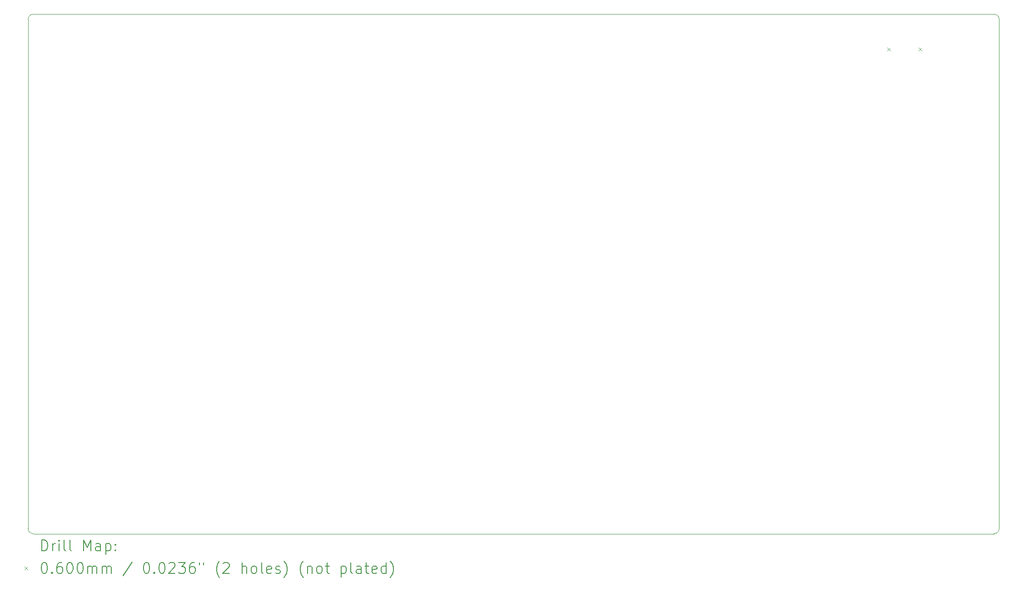
<source format=gbr>
%TF.GenerationSoftware,KiCad,Pcbnew,7.0.8*%
%TF.CreationDate,2023-10-07T11:33:48+02:00*%
%TF.ProjectId,OpenDeck-r3.1.2,4f70656e-4465-4636-9b2d-72332e312e32,rev?*%
%TF.SameCoordinates,Original*%
%TF.FileFunction,Drillmap*%
%TF.FilePolarity,Positive*%
%FSLAX45Y45*%
G04 Gerber Fmt 4.5, Leading zero omitted, Abs format (unit mm)*
G04 Created by KiCad (PCBNEW 7.0.8) date 2023-10-07 11:33:48*
%MOMM*%
%LPD*%
G01*
G04 APERTURE LIST*
%ADD10C,0.100000*%
%ADD11C,0.200000*%
%ADD12C,0.060000*%
G04 APERTURE END LIST*
D10*
X8200000Y-2600000D02*
G75*
G03*
X8100000Y-2700000I0J-100000D01*
G01*
X8100000Y-12200000D02*
G75*
G03*
X8200000Y-12300000I100000J0D01*
G01*
X26100000Y-2600000D02*
X8200000Y-2600000D01*
X8200000Y-12300000D02*
X26100000Y-12300000D01*
X26200000Y-2700000D02*
G75*
G03*
X26100000Y-2600000I-100000J0D01*
G01*
X26200000Y-12200000D02*
X26200000Y-2700000D01*
X26100000Y-12300000D02*
G75*
G03*
X26200000Y-12200000I0J100000D01*
G01*
X8100000Y-2700000D02*
X8100000Y-12200000D01*
D11*
D12*
X24115800Y-3223440D02*
X24175800Y-3283440D01*
X24175800Y-3223440D02*
X24115800Y-3283440D01*
X24693800Y-3223440D02*
X24753800Y-3283440D01*
X24753800Y-3223440D02*
X24693800Y-3283440D01*
D11*
X8355777Y-12616484D02*
X8355777Y-12416484D01*
X8355777Y-12416484D02*
X8403396Y-12416484D01*
X8403396Y-12416484D02*
X8431967Y-12426008D01*
X8431967Y-12426008D02*
X8451015Y-12445055D01*
X8451015Y-12445055D02*
X8460539Y-12464103D01*
X8460539Y-12464103D02*
X8470063Y-12502198D01*
X8470063Y-12502198D02*
X8470063Y-12530769D01*
X8470063Y-12530769D02*
X8460539Y-12568865D01*
X8460539Y-12568865D02*
X8451015Y-12587912D01*
X8451015Y-12587912D02*
X8431967Y-12606960D01*
X8431967Y-12606960D02*
X8403396Y-12616484D01*
X8403396Y-12616484D02*
X8355777Y-12616484D01*
X8555777Y-12616484D02*
X8555777Y-12483150D01*
X8555777Y-12521246D02*
X8565301Y-12502198D01*
X8565301Y-12502198D02*
X8574824Y-12492674D01*
X8574824Y-12492674D02*
X8593872Y-12483150D01*
X8593872Y-12483150D02*
X8612920Y-12483150D01*
X8679586Y-12616484D02*
X8679586Y-12483150D01*
X8679586Y-12416484D02*
X8670063Y-12426008D01*
X8670063Y-12426008D02*
X8679586Y-12435531D01*
X8679586Y-12435531D02*
X8689110Y-12426008D01*
X8689110Y-12426008D02*
X8679586Y-12416484D01*
X8679586Y-12416484D02*
X8679586Y-12435531D01*
X8803396Y-12616484D02*
X8784348Y-12606960D01*
X8784348Y-12606960D02*
X8774824Y-12587912D01*
X8774824Y-12587912D02*
X8774824Y-12416484D01*
X8908158Y-12616484D02*
X8889110Y-12606960D01*
X8889110Y-12606960D02*
X8879586Y-12587912D01*
X8879586Y-12587912D02*
X8879586Y-12416484D01*
X9136729Y-12616484D02*
X9136729Y-12416484D01*
X9136729Y-12416484D02*
X9203396Y-12559341D01*
X9203396Y-12559341D02*
X9270063Y-12416484D01*
X9270063Y-12416484D02*
X9270063Y-12616484D01*
X9451015Y-12616484D02*
X9451015Y-12511722D01*
X9451015Y-12511722D02*
X9441491Y-12492674D01*
X9441491Y-12492674D02*
X9422444Y-12483150D01*
X9422444Y-12483150D02*
X9384348Y-12483150D01*
X9384348Y-12483150D02*
X9365301Y-12492674D01*
X9451015Y-12606960D02*
X9431967Y-12616484D01*
X9431967Y-12616484D02*
X9384348Y-12616484D01*
X9384348Y-12616484D02*
X9365301Y-12606960D01*
X9365301Y-12606960D02*
X9355777Y-12587912D01*
X9355777Y-12587912D02*
X9355777Y-12568865D01*
X9355777Y-12568865D02*
X9365301Y-12549817D01*
X9365301Y-12549817D02*
X9384348Y-12540293D01*
X9384348Y-12540293D02*
X9431967Y-12540293D01*
X9431967Y-12540293D02*
X9451015Y-12530769D01*
X9546253Y-12483150D02*
X9546253Y-12683150D01*
X9546253Y-12492674D02*
X9565301Y-12483150D01*
X9565301Y-12483150D02*
X9603396Y-12483150D01*
X9603396Y-12483150D02*
X9622444Y-12492674D01*
X9622444Y-12492674D02*
X9631967Y-12502198D01*
X9631967Y-12502198D02*
X9641491Y-12521246D01*
X9641491Y-12521246D02*
X9641491Y-12578388D01*
X9641491Y-12578388D02*
X9631967Y-12597436D01*
X9631967Y-12597436D02*
X9622444Y-12606960D01*
X9622444Y-12606960D02*
X9603396Y-12616484D01*
X9603396Y-12616484D02*
X9565301Y-12616484D01*
X9565301Y-12616484D02*
X9546253Y-12606960D01*
X9727205Y-12597436D02*
X9736729Y-12606960D01*
X9736729Y-12606960D02*
X9727205Y-12616484D01*
X9727205Y-12616484D02*
X9717682Y-12606960D01*
X9717682Y-12606960D02*
X9727205Y-12597436D01*
X9727205Y-12597436D02*
X9727205Y-12616484D01*
X9727205Y-12492674D02*
X9736729Y-12502198D01*
X9736729Y-12502198D02*
X9727205Y-12511722D01*
X9727205Y-12511722D02*
X9717682Y-12502198D01*
X9717682Y-12502198D02*
X9727205Y-12492674D01*
X9727205Y-12492674D02*
X9727205Y-12511722D01*
D12*
X8035000Y-12915000D02*
X8095000Y-12975000D01*
X8095000Y-12915000D02*
X8035000Y-12975000D01*
D11*
X8393872Y-12836484D02*
X8412920Y-12836484D01*
X8412920Y-12836484D02*
X8431967Y-12846008D01*
X8431967Y-12846008D02*
X8441491Y-12855531D01*
X8441491Y-12855531D02*
X8451015Y-12874579D01*
X8451015Y-12874579D02*
X8460539Y-12912674D01*
X8460539Y-12912674D02*
X8460539Y-12960293D01*
X8460539Y-12960293D02*
X8451015Y-12998388D01*
X8451015Y-12998388D02*
X8441491Y-13017436D01*
X8441491Y-13017436D02*
X8431967Y-13026960D01*
X8431967Y-13026960D02*
X8412920Y-13036484D01*
X8412920Y-13036484D02*
X8393872Y-13036484D01*
X8393872Y-13036484D02*
X8374824Y-13026960D01*
X8374824Y-13026960D02*
X8365301Y-13017436D01*
X8365301Y-13017436D02*
X8355777Y-12998388D01*
X8355777Y-12998388D02*
X8346253Y-12960293D01*
X8346253Y-12960293D02*
X8346253Y-12912674D01*
X8346253Y-12912674D02*
X8355777Y-12874579D01*
X8355777Y-12874579D02*
X8365301Y-12855531D01*
X8365301Y-12855531D02*
X8374824Y-12846008D01*
X8374824Y-12846008D02*
X8393872Y-12836484D01*
X8546253Y-13017436D02*
X8555777Y-13026960D01*
X8555777Y-13026960D02*
X8546253Y-13036484D01*
X8546253Y-13036484D02*
X8536729Y-13026960D01*
X8536729Y-13026960D02*
X8546253Y-13017436D01*
X8546253Y-13017436D02*
X8546253Y-13036484D01*
X8727205Y-12836484D02*
X8689110Y-12836484D01*
X8689110Y-12836484D02*
X8670063Y-12846008D01*
X8670063Y-12846008D02*
X8660539Y-12855531D01*
X8660539Y-12855531D02*
X8641491Y-12884103D01*
X8641491Y-12884103D02*
X8631967Y-12922198D01*
X8631967Y-12922198D02*
X8631967Y-12998388D01*
X8631967Y-12998388D02*
X8641491Y-13017436D01*
X8641491Y-13017436D02*
X8651015Y-13026960D01*
X8651015Y-13026960D02*
X8670063Y-13036484D01*
X8670063Y-13036484D02*
X8708158Y-13036484D01*
X8708158Y-13036484D02*
X8727205Y-13026960D01*
X8727205Y-13026960D02*
X8736729Y-13017436D01*
X8736729Y-13017436D02*
X8746253Y-12998388D01*
X8746253Y-12998388D02*
X8746253Y-12950769D01*
X8746253Y-12950769D02*
X8736729Y-12931722D01*
X8736729Y-12931722D02*
X8727205Y-12922198D01*
X8727205Y-12922198D02*
X8708158Y-12912674D01*
X8708158Y-12912674D02*
X8670063Y-12912674D01*
X8670063Y-12912674D02*
X8651015Y-12922198D01*
X8651015Y-12922198D02*
X8641491Y-12931722D01*
X8641491Y-12931722D02*
X8631967Y-12950769D01*
X8870063Y-12836484D02*
X8889110Y-12836484D01*
X8889110Y-12836484D02*
X8908158Y-12846008D01*
X8908158Y-12846008D02*
X8917682Y-12855531D01*
X8917682Y-12855531D02*
X8927205Y-12874579D01*
X8927205Y-12874579D02*
X8936729Y-12912674D01*
X8936729Y-12912674D02*
X8936729Y-12960293D01*
X8936729Y-12960293D02*
X8927205Y-12998388D01*
X8927205Y-12998388D02*
X8917682Y-13017436D01*
X8917682Y-13017436D02*
X8908158Y-13026960D01*
X8908158Y-13026960D02*
X8889110Y-13036484D01*
X8889110Y-13036484D02*
X8870063Y-13036484D01*
X8870063Y-13036484D02*
X8851015Y-13026960D01*
X8851015Y-13026960D02*
X8841491Y-13017436D01*
X8841491Y-13017436D02*
X8831967Y-12998388D01*
X8831967Y-12998388D02*
X8822444Y-12960293D01*
X8822444Y-12960293D02*
X8822444Y-12912674D01*
X8822444Y-12912674D02*
X8831967Y-12874579D01*
X8831967Y-12874579D02*
X8841491Y-12855531D01*
X8841491Y-12855531D02*
X8851015Y-12846008D01*
X8851015Y-12846008D02*
X8870063Y-12836484D01*
X9060539Y-12836484D02*
X9079586Y-12836484D01*
X9079586Y-12836484D02*
X9098634Y-12846008D01*
X9098634Y-12846008D02*
X9108158Y-12855531D01*
X9108158Y-12855531D02*
X9117682Y-12874579D01*
X9117682Y-12874579D02*
X9127205Y-12912674D01*
X9127205Y-12912674D02*
X9127205Y-12960293D01*
X9127205Y-12960293D02*
X9117682Y-12998388D01*
X9117682Y-12998388D02*
X9108158Y-13017436D01*
X9108158Y-13017436D02*
X9098634Y-13026960D01*
X9098634Y-13026960D02*
X9079586Y-13036484D01*
X9079586Y-13036484D02*
X9060539Y-13036484D01*
X9060539Y-13036484D02*
X9041491Y-13026960D01*
X9041491Y-13026960D02*
X9031967Y-13017436D01*
X9031967Y-13017436D02*
X9022444Y-12998388D01*
X9022444Y-12998388D02*
X9012920Y-12960293D01*
X9012920Y-12960293D02*
X9012920Y-12912674D01*
X9012920Y-12912674D02*
X9022444Y-12874579D01*
X9022444Y-12874579D02*
X9031967Y-12855531D01*
X9031967Y-12855531D02*
X9041491Y-12846008D01*
X9041491Y-12846008D02*
X9060539Y-12836484D01*
X9212920Y-13036484D02*
X9212920Y-12903150D01*
X9212920Y-12922198D02*
X9222444Y-12912674D01*
X9222444Y-12912674D02*
X9241491Y-12903150D01*
X9241491Y-12903150D02*
X9270063Y-12903150D01*
X9270063Y-12903150D02*
X9289110Y-12912674D01*
X9289110Y-12912674D02*
X9298634Y-12931722D01*
X9298634Y-12931722D02*
X9298634Y-13036484D01*
X9298634Y-12931722D02*
X9308158Y-12912674D01*
X9308158Y-12912674D02*
X9327205Y-12903150D01*
X9327205Y-12903150D02*
X9355777Y-12903150D01*
X9355777Y-12903150D02*
X9374825Y-12912674D01*
X9374825Y-12912674D02*
X9384348Y-12931722D01*
X9384348Y-12931722D02*
X9384348Y-13036484D01*
X9479586Y-13036484D02*
X9479586Y-12903150D01*
X9479586Y-12922198D02*
X9489110Y-12912674D01*
X9489110Y-12912674D02*
X9508158Y-12903150D01*
X9508158Y-12903150D02*
X9536729Y-12903150D01*
X9536729Y-12903150D02*
X9555777Y-12912674D01*
X9555777Y-12912674D02*
X9565301Y-12931722D01*
X9565301Y-12931722D02*
X9565301Y-13036484D01*
X9565301Y-12931722D02*
X9574825Y-12912674D01*
X9574825Y-12912674D02*
X9593872Y-12903150D01*
X9593872Y-12903150D02*
X9622444Y-12903150D01*
X9622444Y-12903150D02*
X9641491Y-12912674D01*
X9641491Y-12912674D02*
X9651015Y-12931722D01*
X9651015Y-12931722D02*
X9651015Y-13036484D01*
X10041491Y-12826960D02*
X9870063Y-13084103D01*
X10298634Y-12836484D02*
X10317682Y-12836484D01*
X10317682Y-12836484D02*
X10336729Y-12846008D01*
X10336729Y-12846008D02*
X10346253Y-12855531D01*
X10346253Y-12855531D02*
X10355777Y-12874579D01*
X10355777Y-12874579D02*
X10365301Y-12912674D01*
X10365301Y-12912674D02*
X10365301Y-12960293D01*
X10365301Y-12960293D02*
X10355777Y-12998388D01*
X10355777Y-12998388D02*
X10346253Y-13017436D01*
X10346253Y-13017436D02*
X10336729Y-13026960D01*
X10336729Y-13026960D02*
X10317682Y-13036484D01*
X10317682Y-13036484D02*
X10298634Y-13036484D01*
X10298634Y-13036484D02*
X10279587Y-13026960D01*
X10279587Y-13026960D02*
X10270063Y-13017436D01*
X10270063Y-13017436D02*
X10260539Y-12998388D01*
X10260539Y-12998388D02*
X10251015Y-12960293D01*
X10251015Y-12960293D02*
X10251015Y-12912674D01*
X10251015Y-12912674D02*
X10260539Y-12874579D01*
X10260539Y-12874579D02*
X10270063Y-12855531D01*
X10270063Y-12855531D02*
X10279587Y-12846008D01*
X10279587Y-12846008D02*
X10298634Y-12836484D01*
X10451015Y-13017436D02*
X10460539Y-13026960D01*
X10460539Y-13026960D02*
X10451015Y-13036484D01*
X10451015Y-13036484D02*
X10441491Y-13026960D01*
X10441491Y-13026960D02*
X10451015Y-13017436D01*
X10451015Y-13017436D02*
X10451015Y-13036484D01*
X10584348Y-12836484D02*
X10603396Y-12836484D01*
X10603396Y-12836484D02*
X10622444Y-12846008D01*
X10622444Y-12846008D02*
X10631968Y-12855531D01*
X10631968Y-12855531D02*
X10641491Y-12874579D01*
X10641491Y-12874579D02*
X10651015Y-12912674D01*
X10651015Y-12912674D02*
X10651015Y-12960293D01*
X10651015Y-12960293D02*
X10641491Y-12998388D01*
X10641491Y-12998388D02*
X10631968Y-13017436D01*
X10631968Y-13017436D02*
X10622444Y-13026960D01*
X10622444Y-13026960D02*
X10603396Y-13036484D01*
X10603396Y-13036484D02*
X10584348Y-13036484D01*
X10584348Y-13036484D02*
X10565301Y-13026960D01*
X10565301Y-13026960D02*
X10555777Y-13017436D01*
X10555777Y-13017436D02*
X10546253Y-12998388D01*
X10546253Y-12998388D02*
X10536729Y-12960293D01*
X10536729Y-12960293D02*
X10536729Y-12912674D01*
X10536729Y-12912674D02*
X10546253Y-12874579D01*
X10546253Y-12874579D02*
X10555777Y-12855531D01*
X10555777Y-12855531D02*
X10565301Y-12846008D01*
X10565301Y-12846008D02*
X10584348Y-12836484D01*
X10727206Y-12855531D02*
X10736729Y-12846008D01*
X10736729Y-12846008D02*
X10755777Y-12836484D01*
X10755777Y-12836484D02*
X10803396Y-12836484D01*
X10803396Y-12836484D02*
X10822444Y-12846008D01*
X10822444Y-12846008D02*
X10831968Y-12855531D01*
X10831968Y-12855531D02*
X10841491Y-12874579D01*
X10841491Y-12874579D02*
X10841491Y-12893627D01*
X10841491Y-12893627D02*
X10831968Y-12922198D01*
X10831968Y-12922198D02*
X10717682Y-13036484D01*
X10717682Y-13036484D02*
X10841491Y-13036484D01*
X10908158Y-12836484D02*
X11031968Y-12836484D01*
X11031968Y-12836484D02*
X10965301Y-12912674D01*
X10965301Y-12912674D02*
X10993872Y-12912674D01*
X10993872Y-12912674D02*
X11012920Y-12922198D01*
X11012920Y-12922198D02*
X11022444Y-12931722D01*
X11022444Y-12931722D02*
X11031968Y-12950769D01*
X11031968Y-12950769D02*
X11031968Y-12998388D01*
X11031968Y-12998388D02*
X11022444Y-13017436D01*
X11022444Y-13017436D02*
X11012920Y-13026960D01*
X11012920Y-13026960D02*
X10993872Y-13036484D01*
X10993872Y-13036484D02*
X10936729Y-13036484D01*
X10936729Y-13036484D02*
X10917682Y-13026960D01*
X10917682Y-13026960D02*
X10908158Y-13017436D01*
X11203396Y-12836484D02*
X11165301Y-12836484D01*
X11165301Y-12836484D02*
X11146253Y-12846008D01*
X11146253Y-12846008D02*
X11136729Y-12855531D01*
X11136729Y-12855531D02*
X11117682Y-12884103D01*
X11117682Y-12884103D02*
X11108158Y-12922198D01*
X11108158Y-12922198D02*
X11108158Y-12998388D01*
X11108158Y-12998388D02*
X11117682Y-13017436D01*
X11117682Y-13017436D02*
X11127206Y-13026960D01*
X11127206Y-13026960D02*
X11146253Y-13036484D01*
X11146253Y-13036484D02*
X11184349Y-13036484D01*
X11184349Y-13036484D02*
X11203396Y-13026960D01*
X11203396Y-13026960D02*
X11212920Y-13017436D01*
X11212920Y-13017436D02*
X11222444Y-12998388D01*
X11222444Y-12998388D02*
X11222444Y-12950769D01*
X11222444Y-12950769D02*
X11212920Y-12931722D01*
X11212920Y-12931722D02*
X11203396Y-12922198D01*
X11203396Y-12922198D02*
X11184349Y-12912674D01*
X11184349Y-12912674D02*
X11146253Y-12912674D01*
X11146253Y-12912674D02*
X11127206Y-12922198D01*
X11127206Y-12922198D02*
X11117682Y-12931722D01*
X11117682Y-12931722D02*
X11108158Y-12950769D01*
X11298634Y-12836484D02*
X11298634Y-12874579D01*
X11374825Y-12836484D02*
X11374825Y-12874579D01*
X11670063Y-13112674D02*
X11660539Y-13103150D01*
X11660539Y-13103150D02*
X11641491Y-13074579D01*
X11641491Y-13074579D02*
X11631968Y-13055531D01*
X11631968Y-13055531D02*
X11622444Y-13026960D01*
X11622444Y-13026960D02*
X11612920Y-12979341D01*
X11612920Y-12979341D02*
X11612920Y-12941246D01*
X11612920Y-12941246D02*
X11622444Y-12893627D01*
X11622444Y-12893627D02*
X11631968Y-12865055D01*
X11631968Y-12865055D02*
X11641491Y-12846008D01*
X11641491Y-12846008D02*
X11660539Y-12817436D01*
X11660539Y-12817436D02*
X11670063Y-12807912D01*
X11736729Y-12855531D02*
X11746253Y-12846008D01*
X11746253Y-12846008D02*
X11765301Y-12836484D01*
X11765301Y-12836484D02*
X11812920Y-12836484D01*
X11812920Y-12836484D02*
X11831968Y-12846008D01*
X11831968Y-12846008D02*
X11841491Y-12855531D01*
X11841491Y-12855531D02*
X11851015Y-12874579D01*
X11851015Y-12874579D02*
X11851015Y-12893627D01*
X11851015Y-12893627D02*
X11841491Y-12922198D01*
X11841491Y-12922198D02*
X11727206Y-13036484D01*
X11727206Y-13036484D02*
X11851015Y-13036484D01*
X12089110Y-13036484D02*
X12089110Y-12836484D01*
X12174825Y-13036484D02*
X12174825Y-12931722D01*
X12174825Y-12931722D02*
X12165301Y-12912674D01*
X12165301Y-12912674D02*
X12146253Y-12903150D01*
X12146253Y-12903150D02*
X12117682Y-12903150D01*
X12117682Y-12903150D02*
X12098634Y-12912674D01*
X12098634Y-12912674D02*
X12089110Y-12922198D01*
X12298634Y-13036484D02*
X12279587Y-13026960D01*
X12279587Y-13026960D02*
X12270063Y-13017436D01*
X12270063Y-13017436D02*
X12260539Y-12998388D01*
X12260539Y-12998388D02*
X12260539Y-12941246D01*
X12260539Y-12941246D02*
X12270063Y-12922198D01*
X12270063Y-12922198D02*
X12279587Y-12912674D01*
X12279587Y-12912674D02*
X12298634Y-12903150D01*
X12298634Y-12903150D02*
X12327206Y-12903150D01*
X12327206Y-12903150D02*
X12346253Y-12912674D01*
X12346253Y-12912674D02*
X12355777Y-12922198D01*
X12355777Y-12922198D02*
X12365301Y-12941246D01*
X12365301Y-12941246D02*
X12365301Y-12998388D01*
X12365301Y-12998388D02*
X12355777Y-13017436D01*
X12355777Y-13017436D02*
X12346253Y-13026960D01*
X12346253Y-13026960D02*
X12327206Y-13036484D01*
X12327206Y-13036484D02*
X12298634Y-13036484D01*
X12479587Y-13036484D02*
X12460539Y-13026960D01*
X12460539Y-13026960D02*
X12451015Y-13007912D01*
X12451015Y-13007912D02*
X12451015Y-12836484D01*
X12631968Y-13026960D02*
X12612920Y-13036484D01*
X12612920Y-13036484D02*
X12574825Y-13036484D01*
X12574825Y-13036484D02*
X12555777Y-13026960D01*
X12555777Y-13026960D02*
X12546253Y-13007912D01*
X12546253Y-13007912D02*
X12546253Y-12931722D01*
X12546253Y-12931722D02*
X12555777Y-12912674D01*
X12555777Y-12912674D02*
X12574825Y-12903150D01*
X12574825Y-12903150D02*
X12612920Y-12903150D01*
X12612920Y-12903150D02*
X12631968Y-12912674D01*
X12631968Y-12912674D02*
X12641491Y-12931722D01*
X12641491Y-12931722D02*
X12641491Y-12950769D01*
X12641491Y-12950769D02*
X12546253Y-12969817D01*
X12717682Y-13026960D02*
X12736730Y-13036484D01*
X12736730Y-13036484D02*
X12774825Y-13036484D01*
X12774825Y-13036484D02*
X12793872Y-13026960D01*
X12793872Y-13026960D02*
X12803396Y-13007912D01*
X12803396Y-13007912D02*
X12803396Y-12998388D01*
X12803396Y-12998388D02*
X12793872Y-12979341D01*
X12793872Y-12979341D02*
X12774825Y-12969817D01*
X12774825Y-12969817D02*
X12746253Y-12969817D01*
X12746253Y-12969817D02*
X12727206Y-12960293D01*
X12727206Y-12960293D02*
X12717682Y-12941246D01*
X12717682Y-12941246D02*
X12717682Y-12931722D01*
X12717682Y-12931722D02*
X12727206Y-12912674D01*
X12727206Y-12912674D02*
X12746253Y-12903150D01*
X12746253Y-12903150D02*
X12774825Y-12903150D01*
X12774825Y-12903150D02*
X12793872Y-12912674D01*
X12870063Y-13112674D02*
X12879587Y-13103150D01*
X12879587Y-13103150D02*
X12898634Y-13074579D01*
X12898634Y-13074579D02*
X12908158Y-13055531D01*
X12908158Y-13055531D02*
X12917682Y-13026960D01*
X12917682Y-13026960D02*
X12927206Y-12979341D01*
X12927206Y-12979341D02*
X12927206Y-12941246D01*
X12927206Y-12941246D02*
X12917682Y-12893627D01*
X12917682Y-12893627D02*
X12908158Y-12865055D01*
X12908158Y-12865055D02*
X12898634Y-12846008D01*
X12898634Y-12846008D02*
X12879587Y-12817436D01*
X12879587Y-12817436D02*
X12870063Y-12807912D01*
X13231968Y-13112674D02*
X13222444Y-13103150D01*
X13222444Y-13103150D02*
X13203396Y-13074579D01*
X13203396Y-13074579D02*
X13193872Y-13055531D01*
X13193872Y-13055531D02*
X13184349Y-13026960D01*
X13184349Y-13026960D02*
X13174825Y-12979341D01*
X13174825Y-12979341D02*
X13174825Y-12941246D01*
X13174825Y-12941246D02*
X13184349Y-12893627D01*
X13184349Y-12893627D02*
X13193872Y-12865055D01*
X13193872Y-12865055D02*
X13203396Y-12846008D01*
X13203396Y-12846008D02*
X13222444Y-12817436D01*
X13222444Y-12817436D02*
X13231968Y-12807912D01*
X13308158Y-12903150D02*
X13308158Y-13036484D01*
X13308158Y-12922198D02*
X13317682Y-12912674D01*
X13317682Y-12912674D02*
X13336730Y-12903150D01*
X13336730Y-12903150D02*
X13365301Y-12903150D01*
X13365301Y-12903150D02*
X13384349Y-12912674D01*
X13384349Y-12912674D02*
X13393872Y-12931722D01*
X13393872Y-12931722D02*
X13393872Y-13036484D01*
X13517682Y-13036484D02*
X13498634Y-13026960D01*
X13498634Y-13026960D02*
X13489111Y-13017436D01*
X13489111Y-13017436D02*
X13479587Y-12998388D01*
X13479587Y-12998388D02*
X13479587Y-12941246D01*
X13479587Y-12941246D02*
X13489111Y-12922198D01*
X13489111Y-12922198D02*
X13498634Y-12912674D01*
X13498634Y-12912674D02*
X13517682Y-12903150D01*
X13517682Y-12903150D02*
X13546253Y-12903150D01*
X13546253Y-12903150D02*
X13565301Y-12912674D01*
X13565301Y-12912674D02*
X13574825Y-12922198D01*
X13574825Y-12922198D02*
X13584349Y-12941246D01*
X13584349Y-12941246D02*
X13584349Y-12998388D01*
X13584349Y-12998388D02*
X13574825Y-13017436D01*
X13574825Y-13017436D02*
X13565301Y-13026960D01*
X13565301Y-13026960D02*
X13546253Y-13036484D01*
X13546253Y-13036484D02*
X13517682Y-13036484D01*
X13641492Y-12903150D02*
X13717682Y-12903150D01*
X13670063Y-12836484D02*
X13670063Y-13007912D01*
X13670063Y-13007912D02*
X13679587Y-13026960D01*
X13679587Y-13026960D02*
X13698634Y-13036484D01*
X13698634Y-13036484D02*
X13717682Y-13036484D01*
X13936730Y-12903150D02*
X13936730Y-13103150D01*
X13936730Y-12912674D02*
X13955777Y-12903150D01*
X13955777Y-12903150D02*
X13993873Y-12903150D01*
X13993873Y-12903150D02*
X14012920Y-12912674D01*
X14012920Y-12912674D02*
X14022444Y-12922198D01*
X14022444Y-12922198D02*
X14031968Y-12941246D01*
X14031968Y-12941246D02*
X14031968Y-12998388D01*
X14031968Y-12998388D02*
X14022444Y-13017436D01*
X14022444Y-13017436D02*
X14012920Y-13026960D01*
X14012920Y-13026960D02*
X13993873Y-13036484D01*
X13993873Y-13036484D02*
X13955777Y-13036484D01*
X13955777Y-13036484D02*
X13936730Y-13026960D01*
X14146253Y-13036484D02*
X14127206Y-13026960D01*
X14127206Y-13026960D02*
X14117682Y-13007912D01*
X14117682Y-13007912D02*
X14117682Y-12836484D01*
X14308158Y-13036484D02*
X14308158Y-12931722D01*
X14308158Y-12931722D02*
X14298634Y-12912674D01*
X14298634Y-12912674D02*
X14279587Y-12903150D01*
X14279587Y-12903150D02*
X14241492Y-12903150D01*
X14241492Y-12903150D02*
X14222444Y-12912674D01*
X14308158Y-13026960D02*
X14289111Y-13036484D01*
X14289111Y-13036484D02*
X14241492Y-13036484D01*
X14241492Y-13036484D02*
X14222444Y-13026960D01*
X14222444Y-13026960D02*
X14212920Y-13007912D01*
X14212920Y-13007912D02*
X14212920Y-12988865D01*
X14212920Y-12988865D02*
X14222444Y-12969817D01*
X14222444Y-12969817D02*
X14241492Y-12960293D01*
X14241492Y-12960293D02*
X14289111Y-12960293D01*
X14289111Y-12960293D02*
X14308158Y-12950769D01*
X14374825Y-12903150D02*
X14451015Y-12903150D01*
X14403396Y-12836484D02*
X14403396Y-13007912D01*
X14403396Y-13007912D02*
X14412920Y-13026960D01*
X14412920Y-13026960D02*
X14431968Y-13036484D01*
X14431968Y-13036484D02*
X14451015Y-13036484D01*
X14593873Y-13026960D02*
X14574825Y-13036484D01*
X14574825Y-13036484D02*
X14536730Y-13036484D01*
X14536730Y-13036484D02*
X14517682Y-13026960D01*
X14517682Y-13026960D02*
X14508158Y-13007912D01*
X14508158Y-13007912D02*
X14508158Y-12931722D01*
X14508158Y-12931722D02*
X14517682Y-12912674D01*
X14517682Y-12912674D02*
X14536730Y-12903150D01*
X14536730Y-12903150D02*
X14574825Y-12903150D01*
X14574825Y-12903150D02*
X14593873Y-12912674D01*
X14593873Y-12912674D02*
X14603396Y-12931722D01*
X14603396Y-12931722D02*
X14603396Y-12950769D01*
X14603396Y-12950769D02*
X14508158Y-12969817D01*
X14774825Y-13036484D02*
X14774825Y-12836484D01*
X14774825Y-13026960D02*
X14755777Y-13036484D01*
X14755777Y-13036484D02*
X14717682Y-13036484D01*
X14717682Y-13036484D02*
X14698634Y-13026960D01*
X14698634Y-13026960D02*
X14689111Y-13017436D01*
X14689111Y-13017436D02*
X14679587Y-12998388D01*
X14679587Y-12998388D02*
X14679587Y-12941246D01*
X14679587Y-12941246D02*
X14689111Y-12922198D01*
X14689111Y-12922198D02*
X14698634Y-12912674D01*
X14698634Y-12912674D02*
X14717682Y-12903150D01*
X14717682Y-12903150D02*
X14755777Y-12903150D01*
X14755777Y-12903150D02*
X14774825Y-12912674D01*
X14851015Y-13112674D02*
X14860539Y-13103150D01*
X14860539Y-13103150D02*
X14879587Y-13074579D01*
X14879587Y-13074579D02*
X14889111Y-13055531D01*
X14889111Y-13055531D02*
X14898634Y-13026960D01*
X14898634Y-13026960D02*
X14908158Y-12979341D01*
X14908158Y-12979341D02*
X14908158Y-12941246D01*
X14908158Y-12941246D02*
X14898634Y-12893627D01*
X14898634Y-12893627D02*
X14889111Y-12865055D01*
X14889111Y-12865055D02*
X14879587Y-12846008D01*
X14879587Y-12846008D02*
X14860539Y-12817436D01*
X14860539Y-12817436D02*
X14851015Y-12807912D01*
M02*

</source>
